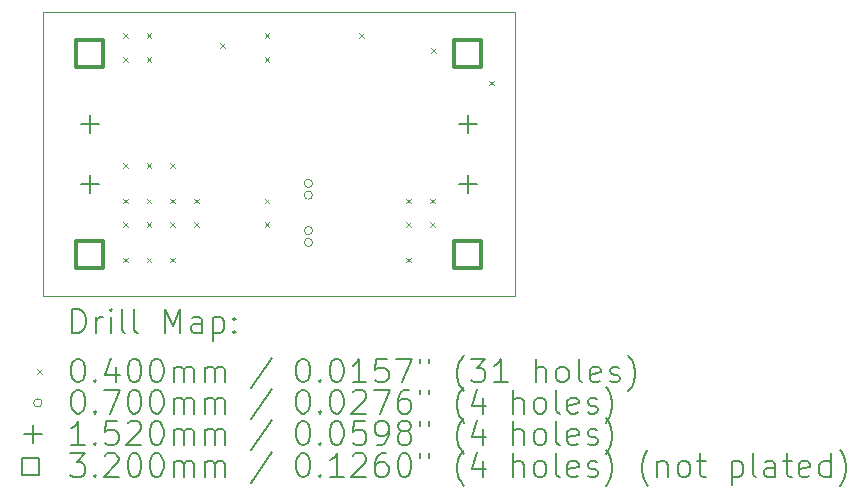
<source format=gbr>
%TF.GenerationSoftware,KiCad,Pcbnew,(6.0.7)*%
%TF.CreationDate,2022-10-09T14:23:37+03:00*%
%TF.ProjectId,mc34063-step-down,6d633334-3036-4332-9d73-7465702d646f,rev?*%
%TF.SameCoordinates,Original*%
%TF.FileFunction,Drillmap*%
%TF.FilePolarity,Positive*%
%FSLAX45Y45*%
G04 Gerber Fmt 4.5, Leading zero omitted, Abs format (unit mm)*
G04 Created by KiCad (PCBNEW (6.0.7)) date 2022-10-09 14:23:37*
%MOMM*%
%LPD*%
G01*
G04 APERTURE LIST*
%ADD10C,0.100000*%
%ADD11C,0.200000*%
%ADD12C,0.040000*%
%ADD13C,0.070000*%
%ADD14C,0.152000*%
%ADD15C,0.320000*%
G04 APERTURE END LIST*
D10*
X7150000Y-4550000D02*
X11150000Y-4550000D01*
X11150000Y-4550000D02*
X11150000Y-6950000D01*
X11150000Y-6950000D02*
X7150000Y-6950000D01*
X7150000Y-6950000D02*
X7150000Y-4550000D01*
D11*
D12*
X7830000Y-4730000D02*
X7870000Y-4770000D01*
X7870000Y-4730000D02*
X7830000Y-4770000D01*
X7830000Y-4930000D02*
X7870000Y-4970000D01*
X7870000Y-4930000D02*
X7830000Y-4970000D01*
X7830000Y-5830000D02*
X7870000Y-5870000D01*
X7870000Y-5830000D02*
X7830000Y-5870000D01*
X7830000Y-6130000D02*
X7870000Y-6170000D01*
X7870000Y-6130000D02*
X7830000Y-6170000D01*
X7830000Y-6330000D02*
X7870000Y-6370000D01*
X7870000Y-6330000D02*
X7830000Y-6370000D01*
X7830000Y-6630000D02*
X7870000Y-6670000D01*
X7870000Y-6630000D02*
X7830000Y-6670000D01*
X8030000Y-4730000D02*
X8070000Y-4770000D01*
X8070000Y-4730000D02*
X8030000Y-4770000D01*
X8030000Y-4930000D02*
X8070000Y-4970000D01*
X8070000Y-4930000D02*
X8030000Y-4970000D01*
X8030000Y-5830000D02*
X8070000Y-5870000D01*
X8070000Y-5830000D02*
X8030000Y-5870000D01*
X8030000Y-6130000D02*
X8070000Y-6170000D01*
X8070000Y-6130000D02*
X8030000Y-6170000D01*
X8030000Y-6330000D02*
X8070000Y-6370000D01*
X8070000Y-6330000D02*
X8030000Y-6370000D01*
X8030000Y-6630000D02*
X8070000Y-6670000D01*
X8070000Y-6630000D02*
X8030000Y-6670000D01*
X8230000Y-5830000D02*
X8270000Y-5870000D01*
X8270000Y-5830000D02*
X8230000Y-5870000D01*
X8230000Y-6130000D02*
X8270000Y-6170000D01*
X8270000Y-6130000D02*
X8230000Y-6170000D01*
X8230000Y-6330000D02*
X8270000Y-6370000D01*
X8270000Y-6330000D02*
X8230000Y-6370000D01*
X8230000Y-6630000D02*
X8270000Y-6670000D01*
X8270000Y-6630000D02*
X8230000Y-6670000D01*
X8430000Y-6130000D02*
X8470000Y-6170000D01*
X8470000Y-6130000D02*
X8430000Y-6170000D01*
X8430000Y-6330000D02*
X8470000Y-6370000D01*
X8470000Y-6330000D02*
X8430000Y-6370000D01*
X8655000Y-4815000D02*
X8695000Y-4855000D01*
X8695000Y-4815000D02*
X8655000Y-4855000D01*
X9030000Y-4730000D02*
X9070000Y-4770000D01*
X9070000Y-4730000D02*
X9030000Y-4770000D01*
X9030000Y-4930000D02*
X9070000Y-4970000D01*
X9070000Y-4930000D02*
X9030000Y-4970000D01*
X9030000Y-6130000D02*
X9070000Y-6170000D01*
X9070000Y-6130000D02*
X9030000Y-6170000D01*
X9030000Y-6330000D02*
X9070000Y-6370000D01*
X9070000Y-6330000D02*
X9030000Y-6370000D01*
X9830000Y-4730000D02*
X9870000Y-4770000D01*
X9870000Y-4730000D02*
X9830000Y-4770000D01*
X10230000Y-6130000D02*
X10270000Y-6170000D01*
X10270000Y-6130000D02*
X10230000Y-6170000D01*
X10230000Y-6330000D02*
X10270000Y-6370000D01*
X10270000Y-6330000D02*
X10230000Y-6370000D01*
X10230000Y-6630000D02*
X10270000Y-6670000D01*
X10270000Y-6630000D02*
X10230000Y-6670000D01*
X10430000Y-6130000D02*
X10470000Y-6170000D01*
X10470000Y-6130000D02*
X10430000Y-6170000D01*
X10430000Y-6330000D02*
X10470000Y-6370000D01*
X10470000Y-6330000D02*
X10430000Y-6370000D01*
X10440000Y-4855000D02*
X10480000Y-4895000D01*
X10480000Y-4855000D02*
X10440000Y-4895000D01*
X10930000Y-5130000D02*
X10970000Y-5170000D01*
X10970000Y-5130000D02*
X10930000Y-5170000D01*
D13*
X9435000Y-6000000D02*
G75*
G03*
X9435000Y-6000000I-35000J0D01*
G01*
X9435000Y-6100000D02*
G75*
G03*
X9435000Y-6100000I-35000J0D01*
G01*
X9435000Y-6400000D02*
G75*
G03*
X9435000Y-6400000I-35000J0D01*
G01*
X9435000Y-6500000D02*
G75*
G03*
X9435000Y-6500000I-35000J0D01*
G01*
D14*
X7550000Y-5420000D02*
X7550000Y-5572000D01*
X7474000Y-5496000D02*
X7626000Y-5496000D01*
X7550000Y-5928000D02*
X7550000Y-6080000D01*
X7474000Y-6004000D02*
X7626000Y-6004000D01*
X10750000Y-5420000D02*
X10750000Y-5572000D01*
X10674000Y-5496000D02*
X10826000Y-5496000D01*
X10750000Y-5928000D02*
X10750000Y-6080000D01*
X10674000Y-6004000D02*
X10826000Y-6004000D01*
D15*
X7663138Y-5013138D02*
X7663138Y-4786862D01*
X7436862Y-4786862D01*
X7436862Y-5013138D01*
X7663138Y-5013138D01*
X7663138Y-6713138D02*
X7663138Y-6486862D01*
X7436862Y-6486862D01*
X7436862Y-6713138D01*
X7663138Y-6713138D01*
X10863138Y-5013138D02*
X10863138Y-4786862D01*
X10636862Y-4786862D01*
X10636862Y-5013138D01*
X10863138Y-5013138D01*
X10863138Y-6713138D02*
X10863138Y-6486862D01*
X10636862Y-6486862D01*
X10636862Y-6713138D01*
X10863138Y-6713138D01*
D11*
X7402619Y-7265476D02*
X7402619Y-7065476D01*
X7450238Y-7065476D01*
X7478809Y-7075000D01*
X7497857Y-7094048D01*
X7507381Y-7113095D01*
X7516905Y-7151190D01*
X7516905Y-7179762D01*
X7507381Y-7217857D01*
X7497857Y-7236905D01*
X7478809Y-7255952D01*
X7450238Y-7265476D01*
X7402619Y-7265476D01*
X7602619Y-7265476D02*
X7602619Y-7132143D01*
X7602619Y-7170238D02*
X7612143Y-7151190D01*
X7621667Y-7141667D01*
X7640714Y-7132143D01*
X7659762Y-7132143D01*
X7726428Y-7265476D02*
X7726428Y-7132143D01*
X7726428Y-7065476D02*
X7716905Y-7075000D01*
X7726428Y-7084524D01*
X7735952Y-7075000D01*
X7726428Y-7065476D01*
X7726428Y-7084524D01*
X7850238Y-7265476D02*
X7831190Y-7255952D01*
X7821667Y-7236905D01*
X7821667Y-7065476D01*
X7955000Y-7265476D02*
X7935952Y-7255952D01*
X7926428Y-7236905D01*
X7926428Y-7065476D01*
X8183571Y-7265476D02*
X8183571Y-7065476D01*
X8250238Y-7208333D01*
X8316905Y-7065476D01*
X8316905Y-7265476D01*
X8497857Y-7265476D02*
X8497857Y-7160714D01*
X8488333Y-7141667D01*
X8469286Y-7132143D01*
X8431190Y-7132143D01*
X8412143Y-7141667D01*
X8497857Y-7255952D02*
X8478810Y-7265476D01*
X8431190Y-7265476D01*
X8412143Y-7255952D01*
X8402619Y-7236905D01*
X8402619Y-7217857D01*
X8412143Y-7198809D01*
X8431190Y-7189286D01*
X8478810Y-7189286D01*
X8497857Y-7179762D01*
X8593095Y-7132143D02*
X8593095Y-7332143D01*
X8593095Y-7141667D02*
X8612143Y-7132143D01*
X8650238Y-7132143D01*
X8669286Y-7141667D01*
X8678810Y-7151190D01*
X8688333Y-7170238D01*
X8688333Y-7227381D01*
X8678810Y-7246428D01*
X8669286Y-7255952D01*
X8650238Y-7265476D01*
X8612143Y-7265476D01*
X8593095Y-7255952D01*
X8774048Y-7246428D02*
X8783571Y-7255952D01*
X8774048Y-7265476D01*
X8764524Y-7255952D01*
X8774048Y-7246428D01*
X8774048Y-7265476D01*
X8774048Y-7141667D02*
X8783571Y-7151190D01*
X8774048Y-7160714D01*
X8764524Y-7151190D01*
X8774048Y-7141667D01*
X8774048Y-7160714D01*
D12*
X7105000Y-7575000D02*
X7145000Y-7615000D01*
X7145000Y-7575000D02*
X7105000Y-7615000D01*
D11*
X7440714Y-7485476D02*
X7459762Y-7485476D01*
X7478809Y-7495000D01*
X7488333Y-7504524D01*
X7497857Y-7523571D01*
X7507381Y-7561667D01*
X7507381Y-7609286D01*
X7497857Y-7647381D01*
X7488333Y-7666428D01*
X7478809Y-7675952D01*
X7459762Y-7685476D01*
X7440714Y-7685476D01*
X7421667Y-7675952D01*
X7412143Y-7666428D01*
X7402619Y-7647381D01*
X7393095Y-7609286D01*
X7393095Y-7561667D01*
X7402619Y-7523571D01*
X7412143Y-7504524D01*
X7421667Y-7495000D01*
X7440714Y-7485476D01*
X7593095Y-7666428D02*
X7602619Y-7675952D01*
X7593095Y-7685476D01*
X7583571Y-7675952D01*
X7593095Y-7666428D01*
X7593095Y-7685476D01*
X7774048Y-7552143D02*
X7774048Y-7685476D01*
X7726428Y-7475952D02*
X7678809Y-7618809D01*
X7802619Y-7618809D01*
X7916905Y-7485476D02*
X7935952Y-7485476D01*
X7955000Y-7495000D01*
X7964524Y-7504524D01*
X7974048Y-7523571D01*
X7983571Y-7561667D01*
X7983571Y-7609286D01*
X7974048Y-7647381D01*
X7964524Y-7666428D01*
X7955000Y-7675952D01*
X7935952Y-7685476D01*
X7916905Y-7685476D01*
X7897857Y-7675952D01*
X7888333Y-7666428D01*
X7878809Y-7647381D01*
X7869286Y-7609286D01*
X7869286Y-7561667D01*
X7878809Y-7523571D01*
X7888333Y-7504524D01*
X7897857Y-7495000D01*
X7916905Y-7485476D01*
X8107381Y-7485476D02*
X8126428Y-7485476D01*
X8145476Y-7495000D01*
X8155000Y-7504524D01*
X8164524Y-7523571D01*
X8174048Y-7561667D01*
X8174048Y-7609286D01*
X8164524Y-7647381D01*
X8155000Y-7666428D01*
X8145476Y-7675952D01*
X8126428Y-7685476D01*
X8107381Y-7685476D01*
X8088333Y-7675952D01*
X8078809Y-7666428D01*
X8069286Y-7647381D01*
X8059762Y-7609286D01*
X8059762Y-7561667D01*
X8069286Y-7523571D01*
X8078809Y-7504524D01*
X8088333Y-7495000D01*
X8107381Y-7485476D01*
X8259762Y-7685476D02*
X8259762Y-7552143D01*
X8259762Y-7571190D02*
X8269286Y-7561667D01*
X8288333Y-7552143D01*
X8316905Y-7552143D01*
X8335952Y-7561667D01*
X8345476Y-7580714D01*
X8345476Y-7685476D01*
X8345476Y-7580714D02*
X8355000Y-7561667D01*
X8374048Y-7552143D01*
X8402619Y-7552143D01*
X8421667Y-7561667D01*
X8431190Y-7580714D01*
X8431190Y-7685476D01*
X8526429Y-7685476D02*
X8526429Y-7552143D01*
X8526429Y-7571190D02*
X8535952Y-7561667D01*
X8555000Y-7552143D01*
X8583571Y-7552143D01*
X8602619Y-7561667D01*
X8612143Y-7580714D01*
X8612143Y-7685476D01*
X8612143Y-7580714D02*
X8621667Y-7561667D01*
X8640714Y-7552143D01*
X8669286Y-7552143D01*
X8688333Y-7561667D01*
X8697857Y-7580714D01*
X8697857Y-7685476D01*
X9088333Y-7475952D02*
X8916905Y-7733095D01*
X9345476Y-7485476D02*
X9364524Y-7485476D01*
X9383571Y-7495000D01*
X9393095Y-7504524D01*
X9402619Y-7523571D01*
X9412143Y-7561667D01*
X9412143Y-7609286D01*
X9402619Y-7647381D01*
X9393095Y-7666428D01*
X9383571Y-7675952D01*
X9364524Y-7685476D01*
X9345476Y-7685476D01*
X9326429Y-7675952D01*
X9316905Y-7666428D01*
X9307381Y-7647381D01*
X9297857Y-7609286D01*
X9297857Y-7561667D01*
X9307381Y-7523571D01*
X9316905Y-7504524D01*
X9326429Y-7495000D01*
X9345476Y-7485476D01*
X9497857Y-7666428D02*
X9507381Y-7675952D01*
X9497857Y-7685476D01*
X9488333Y-7675952D01*
X9497857Y-7666428D01*
X9497857Y-7685476D01*
X9631190Y-7485476D02*
X9650238Y-7485476D01*
X9669286Y-7495000D01*
X9678810Y-7504524D01*
X9688333Y-7523571D01*
X9697857Y-7561667D01*
X9697857Y-7609286D01*
X9688333Y-7647381D01*
X9678810Y-7666428D01*
X9669286Y-7675952D01*
X9650238Y-7685476D01*
X9631190Y-7685476D01*
X9612143Y-7675952D01*
X9602619Y-7666428D01*
X9593095Y-7647381D01*
X9583571Y-7609286D01*
X9583571Y-7561667D01*
X9593095Y-7523571D01*
X9602619Y-7504524D01*
X9612143Y-7495000D01*
X9631190Y-7485476D01*
X9888333Y-7685476D02*
X9774048Y-7685476D01*
X9831190Y-7685476D02*
X9831190Y-7485476D01*
X9812143Y-7514048D01*
X9793095Y-7533095D01*
X9774048Y-7542619D01*
X10069286Y-7485476D02*
X9974048Y-7485476D01*
X9964524Y-7580714D01*
X9974048Y-7571190D01*
X9993095Y-7561667D01*
X10040714Y-7561667D01*
X10059762Y-7571190D01*
X10069286Y-7580714D01*
X10078810Y-7599762D01*
X10078810Y-7647381D01*
X10069286Y-7666428D01*
X10059762Y-7675952D01*
X10040714Y-7685476D01*
X9993095Y-7685476D01*
X9974048Y-7675952D01*
X9964524Y-7666428D01*
X10145476Y-7485476D02*
X10278810Y-7485476D01*
X10193095Y-7685476D01*
X10345476Y-7485476D02*
X10345476Y-7523571D01*
X10421667Y-7485476D02*
X10421667Y-7523571D01*
X10716905Y-7761667D02*
X10707381Y-7752143D01*
X10688333Y-7723571D01*
X10678810Y-7704524D01*
X10669286Y-7675952D01*
X10659762Y-7628333D01*
X10659762Y-7590238D01*
X10669286Y-7542619D01*
X10678810Y-7514048D01*
X10688333Y-7495000D01*
X10707381Y-7466428D01*
X10716905Y-7456905D01*
X10774048Y-7485476D02*
X10897857Y-7485476D01*
X10831190Y-7561667D01*
X10859762Y-7561667D01*
X10878810Y-7571190D01*
X10888333Y-7580714D01*
X10897857Y-7599762D01*
X10897857Y-7647381D01*
X10888333Y-7666428D01*
X10878810Y-7675952D01*
X10859762Y-7685476D01*
X10802619Y-7685476D01*
X10783571Y-7675952D01*
X10774048Y-7666428D01*
X11088333Y-7685476D02*
X10974048Y-7685476D01*
X11031190Y-7685476D02*
X11031190Y-7485476D01*
X11012143Y-7514048D01*
X10993095Y-7533095D01*
X10974048Y-7542619D01*
X11326428Y-7685476D02*
X11326428Y-7485476D01*
X11412143Y-7685476D02*
X11412143Y-7580714D01*
X11402619Y-7561667D01*
X11383571Y-7552143D01*
X11355000Y-7552143D01*
X11335952Y-7561667D01*
X11326428Y-7571190D01*
X11535952Y-7685476D02*
X11516905Y-7675952D01*
X11507381Y-7666428D01*
X11497857Y-7647381D01*
X11497857Y-7590238D01*
X11507381Y-7571190D01*
X11516905Y-7561667D01*
X11535952Y-7552143D01*
X11564524Y-7552143D01*
X11583571Y-7561667D01*
X11593095Y-7571190D01*
X11602619Y-7590238D01*
X11602619Y-7647381D01*
X11593095Y-7666428D01*
X11583571Y-7675952D01*
X11564524Y-7685476D01*
X11535952Y-7685476D01*
X11716905Y-7685476D02*
X11697857Y-7675952D01*
X11688333Y-7656905D01*
X11688333Y-7485476D01*
X11869286Y-7675952D02*
X11850238Y-7685476D01*
X11812143Y-7685476D01*
X11793095Y-7675952D01*
X11783571Y-7656905D01*
X11783571Y-7580714D01*
X11793095Y-7561667D01*
X11812143Y-7552143D01*
X11850238Y-7552143D01*
X11869286Y-7561667D01*
X11878809Y-7580714D01*
X11878809Y-7599762D01*
X11783571Y-7618809D01*
X11955000Y-7675952D02*
X11974048Y-7685476D01*
X12012143Y-7685476D01*
X12031190Y-7675952D01*
X12040714Y-7656905D01*
X12040714Y-7647381D01*
X12031190Y-7628333D01*
X12012143Y-7618809D01*
X11983571Y-7618809D01*
X11964524Y-7609286D01*
X11955000Y-7590238D01*
X11955000Y-7580714D01*
X11964524Y-7561667D01*
X11983571Y-7552143D01*
X12012143Y-7552143D01*
X12031190Y-7561667D01*
X12107381Y-7761667D02*
X12116905Y-7752143D01*
X12135952Y-7723571D01*
X12145476Y-7704524D01*
X12155000Y-7675952D01*
X12164524Y-7628333D01*
X12164524Y-7590238D01*
X12155000Y-7542619D01*
X12145476Y-7514048D01*
X12135952Y-7495000D01*
X12116905Y-7466428D01*
X12107381Y-7456905D01*
D13*
X7145000Y-7859000D02*
G75*
G03*
X7145000Y-7859000I-35000J0D01*
G01*
D11*
X7440714Y-7749476D02*
X7459762Y-7749476D01*
X7478809Y-7759000D01*
X7488333Y-7768524D01*
X7497857Y-7787571D01*
X7507381Y-7825667D01*
X7507381Y-7873286D01*
X7497857Y-7911381D01*
X7488333Y-7930428D01*
X7478809Y-7939952D01*
X7459762Y-7949476D01*
X7440714Y-7949476D01*
X7421667Y-7939952D01*
X7412143Y-7930428D01*
X7402619Y-7911381D01*
X7393095Y-7873286D01*
X7393095Y-7825667D01*
X7402619Y-7787571D01*
X7412143Y-7768524D01*
X7421667Y-7759000D01*
X7440714Y-7749476D01*
X7593095Y-7930428D02*
X7602619Y-7939952D01*
X7593095Y-7949476D01*
X7583571Y-7939952D01*
X7593095Y-7930428D01*
X7593095Y-7949476D01*
X7669286Y-7749476D02*
X7802619Y-7749476D01*
X7716905Y-7949476D01*
X7916905Y-7749476D02*
X7935952Y-7749476D01*
X7955000Y-7759000D01*
X7964524Y-7768524D01*
X7974048Y-7787571D01*
X7983571Y-7825667D01*
X7983571Y-7873286D01*
X7974048Y-7911381D01*
X7964524Y-7930428D01*
X7955000Y-7939952D01*
X7935952Y-7949476D01*
X7916905Y-7949476D01*
X7897857Y-7939952D01*
X7888333Y-7930428D01*
X7878809Y-7911381D01*
X7869286Y-7873286D01*
X7869286Y-7825667D01*
X7878809Y-7787571D01*
X7888333Y-7768524D01*
X7897857Y-7759000D01*
X7916905Y-7749476D01*
X8107381Y-7749476D02*
X8126428Y-7749476D01*
X8145476Y-7759000D01*
X8155000Y-7768524D01*
X8164524Y-7787571D01*
X8174048Y-7825667D01*
X8174048Y-7873286D01*
X8164524Y-7911381D01*
X8155000Y-7930428D01*
X8145476Y-7939952D01*
X8126428Y-7949476D01*
X8107381Y-7949476D01*
X8088333Y-7939952D01*
X8078809Y-7930428D01*
X8069286Y-7911381D01*
X8059762Y-7873286D01*
X8059762Y-7825667D01*
X8069286Y-7787571D01*
X8078809Y-7768524D01*
X8088333Y-7759000D01*
X8107381Y-7749476D01*
X8259762Y-7949476D02*
X8259762Y-7816143D01*
X8259762Y-7835190D02*
X8269286Y-7825667D01*
X8288333Y-7816143D01*
X8316905Y-7816143D01*
X8335952Y-7825667D01*
X8345476Y-7844714D01*
X8345476Y-7949476D01*
X8345476Y-7844714D02*
X8355000Y-7825667D01*
X8374048Y-7816143D01*
X8402619Y-7816143D01*
X8421667Y-7825667D01*
X8431190Y-7844714D01*
X8431190Y-7949476D01*
X8526429Y-7949476D02*
X8526429Y-7816143D01*
X8526429Y-7835190D02*
X8535952Y-7825667D01*
X8555000Y-7816143D01*
X8583571Y-7816143D01*
X8602619Y-7825667D01*
X8612143Y-7844714D01*
X8612143Y-7949476D01*
X8612143Y-7844714D02*
X8621667Y-7825667D01*
X8640714Y-7816143D01*
X8669286Y-7816143D01*
X8688333Y-7825667D01*
X8697857Y-7844714D01*
X8697857Y-7949476D01*
X9088333Y-7739952D02*
X8916905Y-7997095D01*
X9345476Y-7749476D02*
X9364524Y-7749476D01*
X9383571Y-7759000D01*
X9393095Y-7768524D01*
X9402619Y-7787571D01*
X9412143Y-7825667D01*
X9412143Y-7873286D01*
X9402619Y-7911381D01*
X9393095Y-7930428D01*
X9383571Y-7939952D01*
X9364524Y-7949476D01*
X9345476Y-7949476D01*
X9326429Y-7939952D01*
X9316905Y-7930428D01*
X9307381Y-7911381D01*
X9297857Y-7873286D01*
X9297857Y-7825667D01*
X9307381Y-7787571D01*
X9316905Y-7768524D01*
X9326429Y-7759000D01*
X9345476Y-7749476D01*
X9497857Y-7930428D02*
X9507381Y-7939952D01*
X9497857Y-7949476D01*
X9488333Y-7939952D01*
X9497857Y-7930428D01*
X9497857Y-7949476D01*
X9631190Y-7749476D02*
X9650238Y-7749476D01*
X9669286Y-7759000D01*
X9678810Y-7768524D01*
X9688333Y-7787571D01*
X9697857Y-7825667D01*
X9697857Y-7873286D01*
X9688333Y-7911381D01*
X9678810Y-7930428D01*
X9669286Y-7939952D01*
X9650238Y-7949476D01*
X9631190Y-7949476D01*
X9612143Y-7939952D01*
X9602619Y-7930428D01*
X9593095Y-7911381D01*
X9583571Y-7873286D01*
X9583571Y-7825667D01*
X9593095Y-7787571D01*
X9602619Y-7768524D01*
X9612143Y-7759000D01*
X9631190Y-7749476D01*
X9774048Y-7768524D02*
X9783571Y-7759000D01*
X9802619Y-7749476D01*
X9850238Y-7749476D01*
X9869286Y-7759000D01*
X9878810Y-7768524D01*
X9888333Y-7787571D01*
X9888333Y-7806619D01*
X9878810Y-7835190D01*
X9764524Y-7949476D01*
X9888333Y-7949476D01*
X9955000Y-7749476D02*
X10088333Y-7749476D01*
X10002619Y-7949476D01*
X10250238Y-7749476D02*
X10212143Y-7749476D01*
X10193095Y-7759000D01*
X10183571Y-7768524D01*
X10164524Y-7797095D01*
X10155000Y-7835190D01*
X10155000Y-7911381D01*
X10164524Y-7930428D01*
X10174048Y-7939952D01*
X10193095Y-7949476D01*
X10231190Y-7949476D01*
X10250238Y-7939952D01*
X10259762Y-7930428D01*
X10269286Y-7911381D01*
X10269286Y-7863762D01*
X10259762Y-7844714D01*
X10250238Y-7835190D01*
X10231190Y-7825667D01*
X10193095Y-7825667D01*
X10174048Y-7835190D01*
X10164524Y-7844714D01*
X10155000Y-7863762D01*
X10345476Y-7749476D02*
X10345476Y-7787571D01*
X10421667Y-7749476D02*
X10421667Y-7787571D01*
X10716905Y-8025667D02*
X10707381Y-8016143D01*
X10688333Y-7987571D01*
X10678810Y-7968524D01*
X10669286Y-7939952D01*
X10659762Y-7892333D01*
X10659762Y-7854238D01*
X10669286Y-7806619D01*
X10678810Y-7778048D01*
X10688333Y-7759000D01*
X10707381Y-7730428D01*
X10716905Y-7720905D01*
X10878810Y-7816143D02*
X10878810Y-7949476D01*
X10831190Y-7739952D02*
X10783571Y-7882809D01*
X10907381Y-7882809D01*
X11135952Y-7949476D02*
X11135952Y-7749476D01*
X11221667Y-7949476D02*
X11221667Y-7844714D01*
X11212143Y-7825667D01*
X11193095Y-7816143D01*
X11164524Y-7816143D01*
X11145476Y-7825667D01*
X11135952Y-7835190D01*
X11345476Y-7949476D02*
X11326428Y-7939952D01*
X11316905Y-7930428D01*
X11307381Y-7911381D01*
X11307381Y-7854238D01*
X11316905Y-7835190D01*
X11326428Y-7825667D01*
X11345476Y-7816143D01*
X11374048Y-7816143D01*
X11393095Y-7825667D01*
X11402619Y-7835190D01*
X11412143Y-7854238D01*
X11412143Y-7911381D01*
X11402619Y-7930428D01*
X11393095Y-7939952D01*
X11374048Y-7949476D01*
X11345476Y-7949476D01*
X11526428Y-7949476D02*
X11507381Y-7939952D01*
X11497857Y-7920905D01*
X11497857Y-7749476D01*
X11678809Y-7939952D02*
X11659762Y-7949476D01*
X11621667Y-7949476D01*
X11602619Y-7939952D01*
X11593095Y-7920905D01*
X11593095Y-7844714D01*
X11602619Y-7825667D01*
X11621667Y-7816143D01*
X11659762Y-7816143D01*
X11678809Y-7825667D01*
X11688333Y-7844714D01*
X11688333Y-7863762D01*
X11593095Y-7882809D01*
X11764524Y-7939952D02*
X11783571Y-7949476D01*
X11821667Y-7949476D01*
X11840714Y-7939952D01*
X11850238Y-7920905D01*
X11850238Y-7911381D01*
X11840714Y-7892333D01*
X11821667Y-7882809D01*
X11793095Y-7882809D01*
X11774048Y-7873286D01*
X11764524Y-7854238D01*
X11764524Y-7844714D01*
X11774048Y-7825667D01*
X11793095Y-7816143D01*
X11821667Y-7816143D01*
X11840714Y-7825667D01*
X11916905Y-8025667D02*
X11926428Y-8016143D01*
X11945476Y-7987571D01*
X11955000Y-7968524D01*
X11964524Y-7939952D01*
X11974048Y-7892333D01*
X11974048Y-7854238D01*
X11964524Y-7806619D01*
X11955000Y-7778048D01*
X11945476Y-7759000D01*
X11926428Y-7730428D01*
X11916905Y-7720905D01*
D14*
X7069000Y-8047000D02*
X7069000Y-8199000D01*
X6993000Y-8123000D02*
X7145000Y-8123000D01*
D11*
X7507381Y-8213476D02*
X7393095Y-8213476D01*
X7450238Y-8213476D02*
X7450238Y-8013476D01*
X7431190Y-8042048D01*
X7412143Y-8061095D01*
X7393095Y-8070619D01*
X7593095Y-8194428D02*
X7602619Y-8203952D01*
X7593095Y-8213476D01*
X7583571Y-8203952D01*
X7593095Y-8194428D01*
X7593095Y-8213476D01*
X7783571Y-8013476D02*
X7688333Y-8013476D01*
X7678809Y-8108714D01*
X7688333Y-8099190D01*
X7707381Y-8089667D01*
X7755000Y-8089667D01*
X7774048Y-8099190D01*
X7783571Y-8108714D01*
X7793095Y-8127762D01*
X7793095Y-8175381D01*
X7783571Y-8194428D01*
X7774048Y-8203952D01*
X7755000Y-8213476D01*
X7707381Y-8213476D01*
X7688333Y-8203952D01*
X7678809Y-8194428D01*
X7869286Y-8032524D02*
X7878809Y-8023000D01*
X7897857Y-8013476D01*
X7945476Y-8013476D01*
X7964524Y-8023000D01*
X7974048Y-8032524D01*
X7983571Y-8051571D01*
X7983571Y-8070619D01*
X7974048Y-8099190D01*
X7859762Y-8213476D01*
X7983571Y-8213476D01*
X8107381Y-8013476D02*
X8126428Y-8013476D01*
X8145476Y-8023000D01*
X8155000Y-8032524D01*
X8164524Y-8051571D01*
X8174048Y-8089667D01*
X8174048Y-8137286D01*
X8164524Y-8175381D01*
X8155000Y-8194428D01*
X8145476Y-8203952D01*
X8126428Y-8213476D01*
X8107381Y-8213476D01*
X8088333Y-8203952D01*
X8078809Y-8194428D01*
X8069286Y-8175381D01*
X8059762Y-8137286D01*
X8059762Y-8089667D01*
X8069286Y-8051571D01*
X8078809Y-8032524D01*
X8088333Y-8023000D01*
X8107381Y-8013476D01*
X8259762Y-8213476D02*
X8259762Y-8080143D01*
X8259762Y-8099190D02*
X8269286Y-8089667D01*
X8288333Y-8080143D01*
X8316905Y-8080143D01*
X8335952Y-8089667D01*
X8345476Y-8108714D01*
X8345476Y-8213476D01*
X8345476Y-8108714D02*
X8355000Y-8089667D01*
X8374048Y-8080143D01*
X8402619Y-8080143D01*
X8421667Y-8089667D01*
X8431190Y-8108714D01*
X8431190Y-8213476D01*
X8526429Y-8213476D02*
X8526429Y-8080143D01*
X8526429Y-8099190D02*
X8535952Y-8089667D01*
X8555000Y-8080143D01*
X8583571Y-8080143D01*
X8602619Y-8089667D01*
X8612143Y-8108714D01*
X8612143Y-8213476D01*
X8612143Y-8108714D02*
X8621667Y-8089667D01*
X8640714Y-8080143D01*
X8669286Y-8080143D01*
X8688333Y-8089667D01*
X8697857Y-8108714D01*
X8697857Y-8213476D01*
X9088333Y-8003952D02*
X8916905Y-8261095D01*
X9345476Y-8013476D02*
X9364524Y-8013476D01*
X9383571Y-8023000D01*
X9393095Y-8032524D01*
X9402619Y-8051571D01*
X9412143Y-8089667D01*
X9412143Y-8137286D01*
X9402619Y-8175381D01*
X9393095Y-8194428D01*
X9383571Y-8203952D01*
X9364524Y-8213476D01*
X9345476Y-8213476D01*
X9326429Y-8203952D01*
X9316905Y-8194428D01*
X9307381Y-8175381D01*
X9297857Y-8137286D01*
X9297857Y-8089667D01*
X9307381Y-8051571D01*
X9316905Y-8032524D01*
X9326429Y-8023000D01*
X9345476Y-8013476D01*
X9497857Y-8194428D02*
X9507381Y-8203952D01*
X9497857Y-8213476D01*
X9488333Y-8203952D01*
X9497857Y-8194428D01*
X9497857Y-8213476D01*
X9631190Y-8013476D02*
X9650238Y-8013476D01*
X9669286Y-8023000D01*
X9678810Y-8032524D01*
X9688333Y-8051571D01*
X9697857Y-8089667D01*
X9697857Y-8137286D01*
X9688333Y-8175381D01*
X9678810Y-8194428D01*
X9669286Y-8203952D01*
X9650238Y-8213476D01*
X9631190Y-8213476D01*
X9612143Y-8203952D01*
X9602619Y-8194428D01*
X9593095Y-8175381D01*
X9583571Y-8137286D01*
X9583571Y-8089667D01*
X9593095Y-8051571D01*
X9602619Y-8032524D01*
X9612143Y-8023000D01*
X9631190Y-8013476D01*
X9878810Y-8013476D02*
X9783571Y-8013476D01*
X9774048Y-8108714D01*
X9783571Y-8099190D01*
X9802619Y-8089667D01*
X9850238Y-8089667D01*
X9869286Y-8099190D01*
X9878810Y-8108714D01*
X9888333Y-8127762D01*
X9888333Y-8175381D01*
X9878810Y-8194428D01*
X9869286Y-8203952D01*
X9850238Y-8213476D01*
X9802619Y-8213476D01*
X9783571Y-8203952D01*
X9774048Y-8194428D01*
X9983571Y-8213476D02*
X10021667Y-8213476D01*
X10040714Y-8203952D01*
X10050238Y-8194428D01*
X10069286Y-8165857D01*
X10078810Y-8127762D01*
X10078810Y-8051571D01*
X10069286Y-8032524D01*
X10059762Y-8023000D01*
X10040714Y-8013476D01*
X10002619Y-8013476D01*
X9983571Y-8023000D01*
X9974048Y-8032524D01*
X9964524Y-8051571D01*
X9964524Y-8099190D01*
X9974048Y-8118238D01*
X9983571Y-8127762D01*
X10002619Y-8137286D01*
X10040714Y-8137286D01*
X10059762Y-8127762D01*
X10069286Y-8118238D01*
X10078810Y-8099190D01*
X10193095Y-8099190D02*
X10174048Y-8089667D01*
X10164524Y-8080143D01*
X10155000Y-8061095D01*
X10155000Y-8051571D01*
X10164524Y-8032524D01*
X10174048Y-8023000D01*
X10193095Y-8013476D01*
X10231190Y-8013476D01*
X10250238Y-8023000D01*
X10259762Y-8032524D01*
X10269286Y-8051571D01*
X10269286Y-8061095D01*
X10259762Y-8080143D01*
X10250238Y-8089667D01*
X10231190Y-8099190D01*
X10193095Y-8099190D01*
X10174048Y-8108714D01*
X10164524Y-8118238D01*
X10155000Y-8137286D01*
X10155000Y-8175381D01*
X10164524Y-8194428D01*
X10174048Y-8203952D01*
X10193095Y-8213476D01*
X10231190Y-8213476D01*
X10250238Y-8203952D01*
X10259762Y-8194428D01*
X10269286Y-8175381D01*
X10269286Y-8137286D01*
X10259762Y-8118238D01*
X10250238Y-8108714D01*
X10231190Y-8099190D01*
X10345476Y-8013476D02*
X10345476Y-8051571D01*
X10421667Y-8013476D02*
X10421667Y-8051571D01*
X10716905Y-8289667D02*
X10707381Y-8280143D01*
X10688333Y-8251571D01*
X10678810Y-8232524D01*
X10669286Y-8203952D01*
X10659762Y-8156333D01*
X10659762Y-8118238D01*
X10669286Y-8070619D01*
X10678810Y-8042048D01*
X10688333Y-8023000D01*
X10707381Y-7994428D01*
X10716905Y-7984905D01*
X10878810Y-8080143D02*
X10878810Y-8213476D01*
X10831190Y-8003952D02*
X10783571Y-8146809D01*
X10907381Y-8146809D01*
X11135952Y-8213476D02*
X11135952Y-8013476D01*
X11221667Y-8213476D02*
X11221667Y-8108714D01*
X11212143Y-8089667D01*
X11193095Y-8080143D01*
X11164524Y-8080143D01*
X11145476Y-8089667D01*
X11135952Y-8099190D01*
X11345476Y-8213476D02*
X11326428Y-8203952D01*
X11316905Y-8194428D01*
X11307381Y-8175381D01*
X11307381Y-8118238D01*
X11316905Y-8099190D01*
X11326428Y-8089667D01*
X11345476Y-8080143D01*
X11374048Y-8080143D01*
X11393095Y-8089667D01*
X11402619Y-8099190D01*
X11412143Y-8118238D01*
X11412143Y-8175381D01*
X11402619Y-8194428D01*
X11393095Y-8203952D01*
X11374048Y-8213476D01*
X11345476Y-8213476D01*
X11526428Y-8213476D02*
X11507381Y-8203952D01*
X11497857Y-8184905D01*
X11497857Y-8013476D01*
X11678809Y-8203952D02*
X11659762Y-8213476D01*
X11621667Y-8213476D01*
X11602619Y-8203952D01*
X11593095Y-8184905D01*
X11593095Y-8108714D01*
X11602619Y-8089667D01*
X11621667Y-8080143D01*
X11659762Y-8080143D01*
X11678809Y-8089667D01*
X11688333Y-8108714D01*
X11688333Y-8127762D01*
X11593095Y-8146809D01*
X11764524Y-8203952D02*
X11783571Y-8213476D01*
X11821667Y-8213476D01*
X11840714Y-8203952D01*
X11850238Y-8184905D01*
X11850238Y-8175381D01*
X11840714Y-8156333D01*
X11821667Y-8146809D01*
X11793095Y-8146809D01*
X11774048Y-8137286D01*
X11764524Y-8118238D01*
X11764524Y-8108714D01*
X11774048Y-8089667D01*
X11793095Y-8080143D01*
X11821667Y-8080143D01*
X11840714Y-8089667D01*
X11916905Y-8289667D02*
X11926428Y-8280143D01*
X11945476Y-8251571D01*
X11955000Y-8232524D01*
X11964524Y-8203952D01*
X11974048Y-8156333D01*
X11974048Y-8118238D01*
X11964524Y-8070619D01*
X11955000Y-8042048D01*
X11945476Y-8023000D01*
X11926428Y-7994428D01*
X11916905Y-7984905D01*
X7115711Y-8465711D02*
X7115711Y-8324289D01*
X6974289Y-8324289D01*
X6974289Y-8465711D01*
X7115711Y-8465711D01*
X7383571Y-8285476D02*
X7507381Y-8285476D01*
X7440714Y-8361667D01*
X7469286Y-8361667D01*
X7488333Y-8371190D01*
X7497857Y-8380714D01*
X7507381Y-8399762D01*
X7507381Y-8447381D01*
X7497857Y-8466429D01*
X7488333Y-8475952D01*
X7469286Y-8485476D01*
X7412143Y-8485476D01*
X7393095Y-8475952D01*
X7383571Y-8466429D01*
X7593095Y-8466429D02*
X7602619Y-8475952D01*
X7593095Y-8485476D01*
X7583571Y-8475952D01*
X7593095Y-8466429D01*
X7593095Y-8485476D01*
X7678809Y-8304524D02*
X7688333Y-8295000D01*
X7707381Y-8285476D01*
X7755000Y-8285476D01*
X7774048Y-8295000D01*
X7783571Y-8304524D01*
X7793095Y-8323571D01*
X7793095Y-8342619D01*
X7783571Y-8371190D01*
X7669286Y-8485476D01*
X7793095Y-8485476D01*
X7916905Y-8285476D02*
X7935952Y-8285476D01*
X7955000Y-8295000D01*
X7964524Y-8304524D01*
X7974048Y-8323571D01*
X7983571Y-8361667D01*
X7983571Y-8409286D01*
X7974048Y-8447381D01*
X7964524Y-8466429D01*
X7955000Y-8475952D01*
X7935952Y-8485476D01*
X7916905Y-8485476D01*
X7897857Y-8475952D01*
X7888333Y-8466429D01*
X7878809Y-8447381D01*
X7869286Y-8409286D01*
X7869286Y-8361667D01*
X7878809Y-8323571D01*
X7888333Y-8304524D01*
X7897857Y-8295000D01*
X7916905Y-8285476D01*
X8107381Y-8285476D02*
X8126428Y-8285476D01*
X8145476Y-8295000D01*
X8155000Y-8304524D01*
X8164524Y-8323571D01*
X8174048Y-8361667D01*
X8174048Y-8409286D01*
X8164524Y-8447381D01*
X8155000Y-8466429D01*
X8145476Y-8475952D01*
X8126428Y-8485476D01*
X8107381Y-8485476D01*
X8088333Y-8475952D01*
X8078809Y-8466429D01*
X8069286Y-8447381D01*
X8059762Y-8409286D01*
X8059762Y-8361667D01*
X8069286Y-8323571D01*
X8078809Y-8304524D01*
X8088333Y-8295000D01*
X8107381Y-8285476D01*
X8259762Y-8485476D02*
X8259762Y-8352143D01*
X8259762Y-8371190D02*
X8269286Y-8361667D01*
X8288333Y-8352143D01*
X8316905Y-8352143D01*
X8335952Y-8361667D01*
X8345476Y-8380714D01*
X8345476Y-8485476D01*
X8345476Y-8380714D02*
X8355000Y-8361667D01*
X8374048Y-8352143D01*
X8402619Y-8352143D01*
X8421667Y-8361667D01*
X8431190Y-8380714D01*
X8431190Y-8485476D01*
X8526429Y-8485476D02*
X8526429Y-8352143D01*
X8526429Y-8371190D02*
X8535952Y-8361667D01*
X8555000Y-8352143D01*
X8583571Y-8352143D01*
X8602619Y-8361667D01*
X8612143Y-8380714D01*
X8612143Y-8485476D01*
X8612143Y-8380714D02*
X8621667Y-8361667D01*
X8640714Y-8352143D01*
X8669286Y-8352143D01*
X8688333Y-8361667D01*
X8697857Y-8380714D01*
X8697857Y-8485476D01*
X9088333Y-8275952D02*
X8916905Y-8533095D01*
X9345476Y-8285476D02*
X9364524Y-8285476D01*
X9383571Y-8295000D01*
X9393095Y-8304524D01*
X9402619Y-8323571D01*
X9412143Y-8361667D01*
X9412143Y-8409286D01*
X9402619Y-8447381D01*
X9393095Y-8466429D01*
X9383571Y-8475952D01*
X9364524Y-8485476D01*
X9345476Y-8485476D01*
X9326429Y-8475952D01*
X9316905Y-8466429D01*
X9307381Y-8447381D01*
X9297857Y-8409286D01*
X9297857Y-8361667D01*
X9307381Y-8323571D01*
X9316905Y-8304524D01*
X9326429Y-8295000D01*
X9345476Y-8285476D01*
X9497857Y-8466429D02*
X9507381Y-8475952D01*
X9497857Y-8485476D01*
X9488333Y-8475952D01*
X9497857Y-8466429D01*
X9497857Y-8485476D01*
X9697857Y-8485476D02*
X9583571Y-8485476D01*
X9640714Y-8485476D02*
X9640714Y-8285476D01*
X9621667Y-8314048D01*
X9602619Y-8333095D01*
X9583571Y-8342619D01*
X9774048Y-8304524D02*
X9783571Y-8295000D01*
X9802619Y-8285476D01*
X9850238Y-8285476D01*
X9869286Y-8295000D01*
X9878810Y-8304524D01*
X9888333Y-8323571D01*
X9888333Y-8342619D01*
X9878810Y-8371190D01*
X9764524Y-8485476D01*
X9888333Y-8485476D01*
X10059762Y-8285476D02*
X10021667Y-8285476D01*
X10002619Y-8295000D01*
X9993095Y-8304524D01*
X9974048Y-8333095D01*
X9964524Y-8371190D01*
X9964524Y-8447381D01*
X9974048Y-8466429D01*
X9983571Y-8475952D01*
X10002619Y-8485476D01*
X10040714Y-8485476D01*
X10059762Y-8475952D01*
X10069286Y-8466429D01*
X10078810Y-8447381D01*
X10078810Y-8399762D01*
X10069286Y-8380714D01*
X10059762Y-8371190D01*
X10040714Y-8361667D01*
X10002619Y-8361667D01*
X9983571Y-8371190D01*
X9974048Y-8380714D01*
X9964524Y-8399762D01*
X10202619Y-8285476D02*
X10221667Y-8285476D01*
X10240714Y-8295000D01*
X10250238Y-8304524D01*
X10259762Y-8323571D01*
X10269286Y-8361667D01*
X10269286Y-8409286D01*
X10259762Y-8447381D01*
X10250238Y-8466429D01*
X10240714Y-8475952D01*
X10221667Y-8485476D01*
X10202619Y-8485476D01*
X10183571Y-8475952D01*
X10174048Y-8466429D01*
X10164524Y-8447381D01*
X10155000Y-8409286D01*
X10155000Y-8361667D01*
X10164524Y-8323571D01*
X10174048Y-8304524D01*
X10183571Y-8295000D01*
X10202619Y-8285476D01*
X10345476Y-8285476D02*
X10345476Y-8323571D01*
X10421667Y-8285476D02*
X10421667Y-8323571D01*
X10716905Y-8561667D02*
X10707381Y-8552143D01*
X10688333Y-8523571D01*
X10678810Y-8504524D01*
X10669286Y-8475952D01*
X10659762Y-8428333D01*
X10659762Y-8390238D01*
X10669286Y-8342619D01*
X10678810Y-8314048D01*
X10688333Y-8295000D01*
X10707381Y-8266428D01*
X10716905Y-8256905D01*
X10878810Y-8352143D02*
X10878810Y-8485476D01*
X10831190Y-8275952D02*
X10783571Y-8418810D01*
X10907381Y-8418810D01*
X11135952Y-8485476D02*
X11135952Y-8285476D01*
X11221667Y-8485476D02*
X11221667Y-8380714D01*
X11212143Y-8361667D01*
X11193095Y-8352143D01*
X11164524Y-8352143D01*
X11145476Y-8361667D01*
X11135952Y-8371190D01*
X11345476Y-8485476D02*
X11326428Y-8475952D01*
X11316905Y-8466429D01*
X11307381Y-8447381D01*
X11307381Y-8390238D01*
X11316905Y-8371190D01*
X11326428Y-8361667D01*
X11345476Y-8352143D01*
X11374048Y-8352143D01*
X11393095Y-8361667D01*
X11402619Y-8371190D01*
X11412143Y-8390238D01*
X11412143Y-8447381D01*
X11402619Y-8466429D01*
X11393095Y-8475952D01*
X11374048Y-8485476D01*
X11345476Y-8485476D01*
X11526428Y-8485476D02*
X11507381Y-8475952D01*
X11497857Y-8456905D01*
X11497857Y-8285476D01*
X11678809Y-8475952D02*
X11659762Y-8485476D01*
X11621667Y-8485476D01*
X11602619Y-8475952D01*
X11593095Y-8456905D01*
X11593095Y-8380714D01*
X11602619Y-8361667D01*
X11621667Y-8352143D01*
X11659762Y-8352143D01*
X11678809Y-8361667D01*
X11688333Y-8380714D01*
X11688333Y-8399762D01*
X11593095Y-8418810D01*
X11764524Y-8475952D02*
X11783571Y-8485476D01*
X11821667Y-8485476D01*
X11840714Y-8475952D01*
X11850238Y-8456905D01*
X11850238Y-8447381D01*
X11840714Y-8428333D01*
X11821667Y-8418810D01*
X11793095Y-8418810D01*
X11774048Y-8409286D01*
X11764524Y-8390238D01*
X11764524Y-8380714D01*
X11774048Y-8361667D01*
X11793095Y-8352143D01*
X11821667Y-8352143D01*
X11840714Y-8361667D01*
X11916905Y-8561667D02*
X11926428Y-8552143D01*
X11945476Y-8523571D01*
X11955000Y-8504524D01*
X11964524Y-8475952D01*
X11974048Y-8428333D01*
X11974048Y-8390238D01*
X11964524Y-8342619D01*
X11955000Y-8314048D01*
X11945476Y-8295000D01*
X11926428Y-8266428D01*
X11916905Y-8256905D01*
X12278809Y-8561667D02*
X12269286Y-8552143D01*
X12250238Y-8523571D01*
X12240714Y-8504524D01*
X12231190Y-8475952D01*
X12221667Y-8428333D01*
X12221667Y-8390238D01*
X12231190Y-8342619D01*
X12240714Y-8314048D01*
X12250238Y-8295000D01*
X12269286Y-8266428D01*
X12278809Y-8256905D01*
X12355000Y-8352143D02*
X12355000Y-8485476D01*
X12355000Y-8371190D02*
X12364524Y-8361667D01*
X12383571Y-8352143D01*
X12412143Y-8352143D01*
X12431190Y-8361667D01*
X12440714Y-8380714D01*
X12440714Y-8485476D01*
X12564524Y-8485476D02*
X12545476Y-8475952D01*
X12535952Y-8466429D01*
X12526428Y-8447381D01*
X12526428Y-8390238D01*
X12535952Y-8371190D01*
X12545476Y-8361667D01*
X12564524Y-8352143D01*
X12593095Y-8352143D01*
X12612143Y-8361667D01*
X12621667Y-8371190D01*
X12631190Y-8390238D01*
X12631190Y-8447381D01*
X12621667Y-8466429D01*
X12612143Y-8475952D01*
X12593095Y-8485476D01*
X12564524Y-8485476D01*
X12688333Y-8352143D02*
X12764524Y-8352143D01*
X12716905Y-8285476D02*
X12716905Y-8456905D01*
X12726428Y-8475952D01*
X12745476Y-8485476D01*
X12764524Y-8485476D01*
X12983571Y-8352143D02*
X12983571Y-8552143D01*
X12983571Y-8361667D02*
X13002619Y-8352143D01*
X13040714Y-8352143D01*
X13059762Y-8361667D01*
X13069286Y-8371190D01*
X13078809Y-8390238D01*
X13078809Y-8447381D01*
X13069286Y-8466429D01*
X13059762Y-8475952D01*
X13040714Y-8485476D01*
X13002619Y-8485476D01*
X12983571Y-8475952D01*
X13193095Y-8485476D02*
X13174048Y-8475952D01*
X13164524Y-8456905D01*
X13164524Y-8285476D01*
X13355000Y-8485476D02*
X13355000Y-8380714D01*
X13345476Y-8361667D01*
X13326428Y-8352143D01*
X13288333Y-8352143D01*
X13269286Y-8361667D01*
X13355000Y-8475952D02*
X13335952Y-8485476D01*
X13288333Y-8485476D01*
X13269286Y-8475952D01*
X13259762Y-8456905D01*
X13259762Y-8437857D01*
X13269286Y-8418810D01*
X13288333Y-8409286D01*
X13335952Y-8409286D01*
X13355000Y-8399762D01*
X13421667Y-8352143D02*
X13497857Y-8352143D01*
X13450238Y-8285476D02*
X13450238Y-8456905D01*
X13459762Y-8475952D01*
X13478809Y-8485476D01*
X13497857Y-8485476D01*
X13640714Y-8475952D02*
X13621667Y-8485476D01*
X13583571Y-8485476D01*
X13564524Y-8475952D01*
X13555000Y-8456905D01*
X13555000Y-8380714D01*
X13564524Y-8361667D01*
X13583571Y-8352143D01*
X13621667Y-8352143D01*
X13640714Y-8361667D01*
X13650238Y-8380714D01*
X13650238Y-8399762D01*
X13555000Y-8418810D01*
X13821667Y-8485476D02*
X13821667Y-8285476D01*
X13821667Y-8475952D02*
X13802619Y-8485476D01*
X13764524Y-8485476D01*
X13745476Y-8475952D01*
X13735952Y-8466429D01*
X13726428Y-8447381D01*
X13726428Y-8390238D01*
X13735952Y-8371190D01*
X13745476Y-8361667D01*
X13764524Y-8352143D01*
X13802619Y-8352143D01*
X13821667Y-8361667D01*
X13897857Y-8561667D02*
X13907381Y-8552143D01*
X13926428Y-8523571D01*
X13935952Y-8504524D01*
X13945476Y-8475952D01*
X13955000Y-8428333D01*
X13955000Y-8390238D01*
X13945476Y-8342619D01*
X13935952Y-8314048D01*
X13926428Y-8295000D01*
X13907381Y-8266428D01*
X13897857Y-8256905D01*
M02*

</source>
